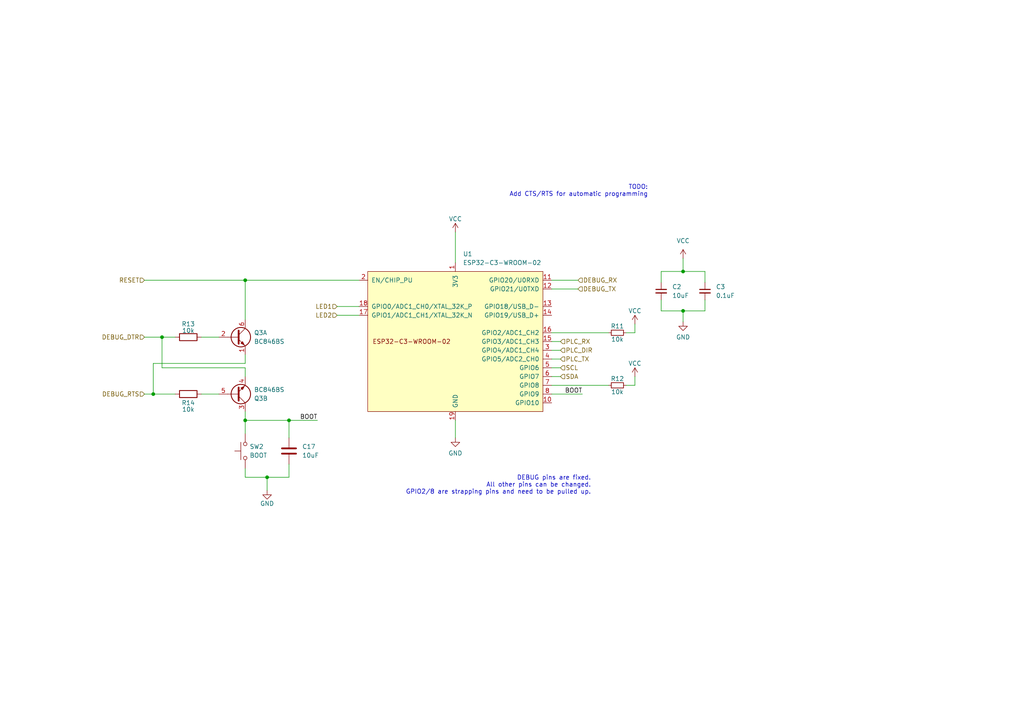
<source format=kicad_sch>
(kicad_sch (version 20230121) (generator eeschema)
  (paper "A4")
  (lib_symbols
    (symbol "Device:C" (pin_numbers hide) (pin_names (offset 0.254))
      (property "Reference" "C" (at 0.635 2.54 0))
      (property "Value" "C" (at 0.635 -2.54 0))
      (symbol "C_0_1"
        (polyline (pts (xy -2.032 -0.762) (xy 2.032 -0.762)) (stroke (width 0.508)))
        (polyline (pts (xy -2.032 0.762) (xy 2.032 0.762)) (stroke (width 0.508)))
      )
      (symbol "C_1_1"
        (pin passive line (at 0 3.81 270) (length 2.794) (name "~") (number "1"))
        (pin passive line (at 0 -3.81 90) (length 2.794) (name "~") (number "2"))
      )
    )
    (symbol "Device:C_Small" (pin_numbers hide) (pin_names (offset 0.254) hide)
      (property "Reference" "C" (at 0.254 1.778 0))
      (property "Value" "C_Small" (at 0.254 -2.032 0))
      (symbol "C_Small_0_1"
        (polyline (pts (xy -1.524 -0.508) (xy 1.524 -0.508)) (stroke (width 0.3302)))
        (polyline (pts (xy -1.524 0.508) (xy 1.524 0.508)) (stroke (width 0.3048)))
      )
      (symbol "C_Small_1_1"
        (pin passive line (at 0 2.54 270) (length 2.032) (name "~") (number "1"))
        (pin passive line (at 0 -2.54 90) (length 2.032) (name "~") (number "2"))
      )
    )
    (symbol "Device:R" (pin_numbers hide) (pin_names (offset 0))
      (property "Reference" "R" (at 2.032 0 90))
      (property "Value" "R" (at 0 0 90))
      (symbol "R_0_1"
        (rectangle (start -1.016 -2.54) (end 1.016 2.54) (stroke (width 0.254)))
      )
      (symbol "R_1_1"
        (pin passive line (at 0 3.81 270) (length 1.27) (name "~") (number "1"))
        (pin passive line (at 0 -3.81 90) (length 1.27) (name "~") (number "2"))
      )
    )
    (symbol "Device:R_Small" (pin_numbers hide) (pin_names (offset 0.254) hide)
      (property "Reference" "R" (at 0.762 0.508 0))
      (property "Value" "R_Small" (at 0.762 -1.016 0))
      (symbol "R_Small_0_1"
        (rectangle (start -0.762 1.778) (end 0.762 -1.778) (stroke (width 0.2032)))
      )
      (symbol "R_Small_1_1"
        (pin passive line (at 0 2.54 270) (length 0.762) (name "~") (number "1"))
        (pin passive line (at 0 -2.54 90) (length 0.762) (name "~") (number "2"))
      )
    )
    (symbol "PCM_Espressif:ESP32-C3-WROOM-02" (pin_names (offset 1.016))
      (property "Reference" "U" (at -25.4 25.4 0))
      (property "Value" "ESP32-C3-WROOM-02" (at -25.4 22.86 0))
      (symbol "ESP32-C3-WROOM-02_0_0"
        (text "ESP32-C3-WROOM-02" (at -12.7 0 0) (effects (font (size 1.27 1.27))))
      )
      (symbol "ESP32-C3-WROOM-02_0_1"
        (rectangle (start 25.4 20.32) (end -25.4 -20.32) (fill (type background)))
      )
      (symbol "ESP32-C3-WROOM-02_1_1"
        (pin power_in line (at 0 22.86 270) (length 2.54) (name "3V3") (number "1"))
        (pin bidirectional line (at 27.94 -17.78 180) (length 2.54) (name "GPIO10") (number "10"))
        (pin bidirectional line (at 27.94 17.78 180) (length 2.54) (name "GPIO20/U0RXD") (number "11"))
        (pin bidirectional line (at 27.94 15.24 180) (length 2.54) (name "GPIO21/U0TXD") (number "12"))
        (pin bidirectional line (at 27.94 10.16 180) (length 2.54) (name "GPIO18/USB_D-") (number "13"))
        (pin bidirectional line (at 27.94 7.62 180) (length 2.54) (name "GPIO19/USB_D+") (number "14"))
        (pin bidirectional line (at 27.94 0 180) (length 2.54) (name "GPIO3/ADC1_CH3") (number "15"))
        (pin bidirectional line (at 27.94 2.54 180) (length 2.54) (name "GPIO2/ADC1_CH2") (number "16"))
        (pin bidirectional line (at -27.94 7.62 0) (length 2.54) (name "GPIO1/ADC1_CH1/XTAL_32K_N") (number "17"))
        (pin bidirectional line (at -27.94 10.16 0) (length 2.54) (name "GPIO0/ADC1_CH0/XTAL_32K_P") (number "18"))
        (pin power_in line (at 0 -22.86 90) (length 2.54) (name "GND") (number "19"))
        (pin input line (at -27.94 17.78 0) (length 2.54) (name "EN/CHIP_PU") (number "2"))
        (pin bidirectional line (at 27.94 -2.54 180) (length 2.54) (name "GPIO4/ADC1_CH4") (number "3"))
        (pin bidirectional line (at 27.94 -5.08 180) (length 2.54) (name "GPIO5/ADC2_CH0") (number "4"))
        (pin bidirectional line (at 27.94 -7.62 180) (length 2.54) (name "GPIO6") (number "5"))
        (pin bidirectional line (at 27.94 -10.16 180) (length 2.54) (name "GPIO7") (number "6"))
        (pin bidirectional line (at 27.94 -12.7 180) (length 2.54) (name "GPIO8") (number "7"))
        (pin bidirectional line (at 27.94 -15.24 180) (length 2.54) (name "GPIO9") (number "8"))
        (pin passive line (at 0 -22.86 90) (length 2.54) hide (name "GND") (number "9"))
      )
    )
    (symbol "Switch:SW_Push" (pin_numbers hide) (pin_names (offset 1.016) hide)
      (property "Reference" "SW" (at 1.27 2.54 0))
      (property "Value" "SW_Push" (at 0 -1.524 0))
      (symbol "SW_Push_0_1"
        (circle (center -2.032 0) (radius 0.508))
        (polyline (pts (xy 0 1.27) (xy 0 3.048)))
        (polyline (pts (xy 2.54 1.27) (xy -2.54 1.27)))
        (circle (center 2.032 0) (radius 0.508))
        (pin passive line (at -5.08 0 0) (length 2.54) (name "1") (number "1"))
        (pin passive line (at 5.08 0 180) (length 2.54) (name "2") (number "2"))
      )
    )
    (symbol "Transistor_BJT:BC846BS" (pin_names (offset 0) hide)
      (property "Reference" "Q" (at 5.08 1.27 0))
      (property "Value" "BC846BS" (at 5.08 -1.27 0))
      (symbol "BC846BS_0_1"
        (polyline (pts (xy 0.635 0) (xy -2.54 0)))
        (polyline (pts (xy 0.635 0.635) (xy 2.54 2.54)))
        (polyline (pts (xy 0.635 -0.635) (xy 2.54 -2.54) (xy 2.54 -2.54)))
        (polyline (pts (xy 0.635 1.905) (xy 0.635 -1.905) (xy 0.635 -1.905)) (stroke (width 0.508)))
        (polyline (pts (xy 1.27 -1.778) (xy 1.778 -1.27) (xy 2.286 -2.286) (xy 1.27 -1.778) (xy 1.27 -1.778)) (fill (type outline)))
        (circle (center 1.27 0) (radius 2.8194) (stroke (width 0.254)))
      )
      (symbol "BC846BS_1_1"
        (pin passive line (at 2.54 -5.08 90) (length 2.54) (name "E1") (number "1"))
        (pin input line (at -5.08 0 0) (length 2.54) (name "B1") (number "2"))
        (pin passive line (at 2.54 5.08 270) (length 2.54) (name "C1") (number "6"))
      )
      (symbol "BC846BS_2_1"
        (pin passive line (at 2.54 5.08 270) (length 2.54) (name "C2") (number "3"))
        (pin passive line (at 2.54 -5.08 90) (length 2.54) (name "E2") (number "4"))
        (pin input line (at -5.08 0 0) (length 2.54) (name "B2") (number "5"))
      )
    )
    (symbol "power:GND" (power) (pin_names (offset 0))
      (property "Value" "GND" (at 0 -3.81 0))
      (symbol "GND_0_1"
        (polyline (pts (xy 0 0) (xy 0 -1.27) (xy 1.27 -1.27) (xy 0 -2.54) (xy -1.27 -1.27) (xy 0 -1.27)))
      )
      (symbol "GND_1_1"
        (pin power_in line (at 0 0 270) (length 0) hide (name "GND") (number "1"))
      )
    )
    (symbol "power:VCC" (power) (pin_names (offset 0))
      (property "Value" "VCC" (at 0 3.81 0))
      (symbol "VCC_0_1"
        (polyline (pts (xy -0.762 1.27) (xy 0 2.54)))
        (polyline (pts (xy 0 0) (xy 0 2.54)))
        (polyline (pts (xy 0 2.54) (xy 0.762 1.27)))
      )
      (symbol "VCC_1_1"
        (pin power_in line (at 0 0 90) (length 0) hide (name "VCC") (number "1"))
      )
    )
  )
  (junction (at 46.99 97.79))
  (junction (at 71.12 121.92))
  (junction (at 44.45 114.3))
  (junction (at 77.47 138.43))
  (junction (at 71.12 81.28))
  (junction (at 198.12 90.17))
  (junction (at 83.82 121.92))
  (junction (at 198.12 78.74))
  (wire (pts (xy 71.12 121.92) (xy 71.12 125.73)))
  (wire (pts (xy 160.02 111.76) (xy 176.53 111.76)))
  (wire (pts (xy 71.12 138.43) (xy 77.47 138.43)))
  (wire (pts (xy 204.47 78.74) (xy 204.47 81.915)))
  (wire (pts (xy 58.42 97.79) (xy 63.5 97.79)))
  (wire (pts (xy 160.02 114.3) (xy 168.91 114.3)))
  (wire (pts (xy 181.61 111.76) (xy 184.15 111.76)))
  (wire (pts (xy 160.02 109.22) (xy 162.56 109.22)))
  (wire (pts (xy 181.61 96.52) (xy 184.15 96.52)))
  (wire (pts (xy 191.77 78.74) (xy 191.77 81.915)))
  (wire (pts (xy 71.12 102.87) (xy 71.12 105.41)))
  (wire (pts (xy 97.79 91.44) (xy 104.14 91.44)))
  (wire (pts (xy 160.02 106.68) (xy 162.56 106.68)))
  (wire (pts (xy 132.08 67.31) (xy 132.08 76.2)))
  (wire (pts (xy 198.12 90.17) (xy 204.47 90.17)))
  (wire (pts (xy 160.02 99.06) (xy 162.56 99.06)))
  (wire (pts (xy 71.12 119.38) (xy 71.12 121.92)))
  (wire (pts (xy 46.99 106.68) (xy 46.99 97.79)))
  (wire (pts (xy 50.8 114.3) (xy 44.45 114.3)))
  (wire (pts (xy 204.47 86.995) (xy 204.47 90.17)))
  (wire (pts (xy 160.02 104.14) (xy 162.56 104.14)))
  (wire (pts (xy 46.99 97.79) (xy 41.91 97.79)))
  (wire (pts (xy 191.77 86.995) (xy 191.77 90.17)))
  (wire (pts (xy 71.12 92.71) (xy 71.12 81.28)))
  (wire (pts (xy 83.82 121.92) (xy 92.075 121.92)))
  (wire (pts (xy 58.42 114.3) (xy 63.5 114.3)))
  (wire (pts (xy 71.12 106.68) (xy 46.99 106.68)))
  (wire (pts (xy 77.47 138.43) (xy 83.82 138.43)))
  (wire (pts (xy 97.79 88.9) (xy 104.14 88.9)))
  (wire (pts (xy 198.12 78.74) (xy 204.47 78.74)))
  (wire (pts (xy 71.12 135.89) (xy 71.12 138.43)))
  (wire (pts (xy 83.82 121.92) (xy 83.82 127)))
  (wire (pts (xy 160.02 96.52) (xy 176.53 96.52)))
  (wire (pts (xy 160.02 81.28) (xy 167.64 81.28)))
  (wire (pts (xy 191.77 90.17) (xy 198.12 90.17)))
  (wire (pts (xy 77.47 138.43) (xy 77.47 142.24)))
  (wire (pts (xy 83.82 138.43) (xy 83.82 134.62)))
  (wire (pts (xy 198.12 90.17) (xy 198.12 93.345)))
  (wire (pts (xy 160.02 101.6) (xy 162.56 101.6)))
  (wire (pts (xy 184.15 96.52) (xy 184.15 93.98)))
  (wire (pts (xy 191.77 78.74) (xy 198.12 78.74)))
  (wire (pts (xy 160.02 83.82) (xy 167.64 83.82)))
  (wire (pts (xy 50.8 97.79) (xy 46.99 97.79)))
  (wire (pts (xy 41.91 81.28) (xy 71.12 81.28)))
  (wire (pts (xy 71.12 109.22) (xy 71.12 106.68)))
  (wire (pts (xy 44.45 114.3) (xy 41.91 114.3)))
  (wire (pts (xy 71.12 81.28) (xy 104.14 81.28)))
  (wire (pts (xy 71.12 105.41) (xy 44.45 105.41)))
  (wire (pts (xy 71.12 121.92) (xy 83.82 121.92)))
  (wire (pts (xy 184.15 111.76) (xy 184.15 109.22)))
  (wire (pts (xy 198.12 74.93) (xy 198.12 78.74)))
  (wire (pts (xy 132.08 121.92) (xy 132.08 127)))
  (wire (pts (xy 44.45 105.41) (xy 44.45 114.3)))
  (text "TODO:\nAdd CTS/RTS for automatic programming" (at 187.96 57.15 0) (effects (font (size 1.27 1.27)) (justify right bottom)))
  (text "DEBUG pins are fixed.\nAll other pins can be changed.\nGPIO2/8 are strapping pins and need to be pulled up." (at 171.45 143.51 0) (effects (font (size 1.27 1.27)) (justify right bottom)))
  (label "BOOT" (at 168.91 114.3 180))
  (label "BOOT" (at 92.075 121.92 180))
  (hierarchical_label "DEBUG_RTS" (shape input) (at 41.91 114.3 180))
  (hierarchical_label "PLC_TX" (shape input) (at 162.56 104.14 0))
  (hierarchical_label "LED1" (shape input) (at 97.79 88.9 180))
  (hierarchical_label "DEBUG_DTR" (shape input) (at 41.91 97.79 180))
  (hierarchical_label "DEBUG_RX" (shape input) (at 167.64 81.28 0))
  (hierarchical_label "LED2" (shape input) (at 97.79 91.44 180))
  (hierarchical_label "SCL" (shape input) (at 162.56 106.68 0))
  (hierarchical_label "DEBUG_TX" (shape input) (at 167.64 83.82 0))
  (hierarchical_label "RESET" (shape input) (at 41.91 81.28 180))
  (hierarchical_label "SDA" (shape input) (at 162.56 109.22 0))
  (hierarchical_label "PLC_RX" (shape input) (at 162.56 99.06 0))
  (hierarchical_label "PLC_DIR" (shape input) (at 162.56 101.6 0))
  (symbol (lib_id "Device:R_Small") (at 179.07 111.76 90) (unit 1)
    (property "Reference" "R12" (at 179.07 109.855 90))
    (property "Value" "10k" (at 179.07 113.665 90))
    (property "Footprint" "Resistor_SMD:R_1206_3216Metric_Pad1.30x1.75mm_HandSolder" (effects hide))
  )
  (symbol (lib_id "Transistor_BJT:BC846BS") (at 68.58 97.79 0) (unit 1)
    (property "Reference" "Q3" (at 73.66 96.52 0) (effects (justify left)))
    (property "Value" "BC846BS" (at 73.66 99.06 0) (effects (justify left)))
    (property "Footprint" "Package_TO_SOT_SMD:SOT-363_SC-70-6" (effects hide))
    (property "Datasheet" "https://assets.nexperia.com/documents/data-sheet/BC846BS.pdf" (effects hide))
  )
  (symbol (lib_id "Device:R") (at 54.61 97.79 270) (mirror x) (unit 1)
    (property "Reference" "R13" (at 54.61 93.98 90))
    (property "Value" "10k" (at 54.61 95.885 90))
    (property "Footprint" "Resistor_SMD:R_1206_3216Metric_Pad1.30x1.75mm_HandSolder" (effects hide))
  )
  (symbol (lib_id "Device:C") (at 83.82 130.81 0) (unit 1)
    (property "Reference" "C17" (at 87.63 129.54 0) (effects (justify left)))
    (property "Value" "10uF" (at 87.63 132.08 0) (effects (justify left)))
    (property "Footprint" "Capacitor_SMD:C_1206_3216Metric_Pad1.33x1.80mm_HandSolder" (effects hide))
  )
  (symbol (lib_id "Transistor_BJT:BC846BS") (at 68.58 114.3 0) (mirror x) (unit 2)
    (property "Reference" "Q3" (at 73.66 115.57 0) (effects (justify left)))
    (property "Value" "BC846BS" (at 73.66 113.03 0) (effects (justify left)))
    (property "Footprint" "Package_TO_SOT_SMD:SOT-363_SC-70-6" (effects hide))
    (property "Datasheet" "https://assets.nexperia.com/documents/data-sheet/BC846BS.pdf" (effects hide))
  )
  (symbol (lib_id "power:VCC") (at 184.15 109.22 0) (unit 1)
    (property "Reference" "#PWR035" (effects hide))
    (property "Value" "VCC" (at 184.15 105.41 0))
  )
  (symbol (lib_id "Device:C_Small") (at 191.77 84.455 0) (unit 1)
    (property "Reference" "C2" (at 194.945 83.1913 0) (effects (justify left)))
    (property "Value" "10uF" (at 194.945 85.7313 0) (effects (justify left)))
    (property "Footprint" "Capacitor_SMD:C_1206_3216Metric_Pad1.33x1.80mm_HandSolder" (effects hide))
  )
  (symbol (lib_id "power:GND") (at 77.47 142.24 0) (unit 1)
    (property "Reference" "#PWR03" (effects hide))
    (property "Value" "GND" (at 77.47 146.05 0))
  )
  (symbol (lib_id "Switch:SW_Push") (at 71.12 130.81 90) (unit 1)
    (property "Reference" "SW2" (at 72.39 129.54 90) (effects (justify right)))
    (property "Value" "BOOT" (at 72.39 132.08 90) (effects (justify right)))
    (property "Footprint" "Button_Switch_SMD:SW_Push_1P1T_NO_6x6mm_H9.5mm" (effects hide))
  )
  (symbol (lib_id "power:VCC") (at 132.08 67.31 0) (unit 1)
    (property "Reference" "#PWR08" (effects hide))
    (property "Value" "VCC" (at 132.08 63.5 0))
  )
  (symbol (lib_id "power:GND") (at 132.08 127 0) (unit 1)
    (property "Reference" "#PWR09" (effects hide))
    (property "Value" "GND" (at 132.08 131.445 0))
  )
  (symbol (lib_id "power:VCC") (at 198.12 74.93 0) (unit 1)
    (property "Reference" "#PWR028" (effects hide))
    (property "Value" "VCC" (at 198.12 69.85 0))
  )
  (symbol (lib_id "Device:C_Small") (at 204.47 84.455 0) (unit 1)
    (property "Reference" "C3" (at 207.645 83.1913 0) (effects (justify left)))
    (property "Value" "0.1uF" (at 207.645 85.7313 0) (effects (justify left)))
    (property "Footprint" "Capacitor_SMD:C_1206_3216Metric_Pad1.33x1.80mm_HandSolder" (effects hide))
  )
  (symbol (lib_id "Device:R") (at 54.61 114.3 270) (mirror x) (unit 1)
    (property "Reference" "R14" (at 54.61 116.84 90))
    (property "Value" "10k" (at 54.61 118.745 90))
    (property "Footprint" "Resistor_SMD:R_1206_3216Metric_Pad1.30x1.75mm_HandSolder" (effects hide))
  )
  (symbol (lib_id "Device:R_Small") (at 179.07 96.52 90) (unit 1)
    (property "Reference" "R11" (at 179.07 94.615 90))
    (property "Value" "10k" (at 179.07 98.425 90))
    (property "Footprint" "Resistor_SMD:R_1206_3216Metric_Pad1.30x1.75mm_HandSolder" (effects hide))
  )
  (symbol (lib_id "power:GND") (at 198.12 93.345 0) (unit 1)
    (property "Reference" "#PWR07" (effects hide))
    (property "Value" "GND" (at 198.12 97.79 0))
  )
  (symbol (lib_id "PCM_Espressif:ESP32-C3-WROOM-02") (at 132.08 99.06 0) (unit 1)
    (property "Reference" "U1" (at 134.2741 73.66 0) (effects (justify left)))
    (property "Value" "ESP32-C3-WROOM-02" (at 134.2741 76.2 0) (effects (justify left)))
    (property "Footprint" "PCM_Espressif:ESP32-C3-WROOM-02" (effects hide))
    (property "Datasheet" "https://www.espressif.com/sites/default/files/documentation/esp32-c3-wroom-02_datasheet_en.pdf" (effects hide))
  )
  (symbol (lib_id "power:VCC") (at 184.15 93.98 0) (unit 1)
    (property "Reference" "#PWR02" (effects hide))
    (property "Value" "VCC" (at 184.15 90.17 0))
  )
)
</source>
